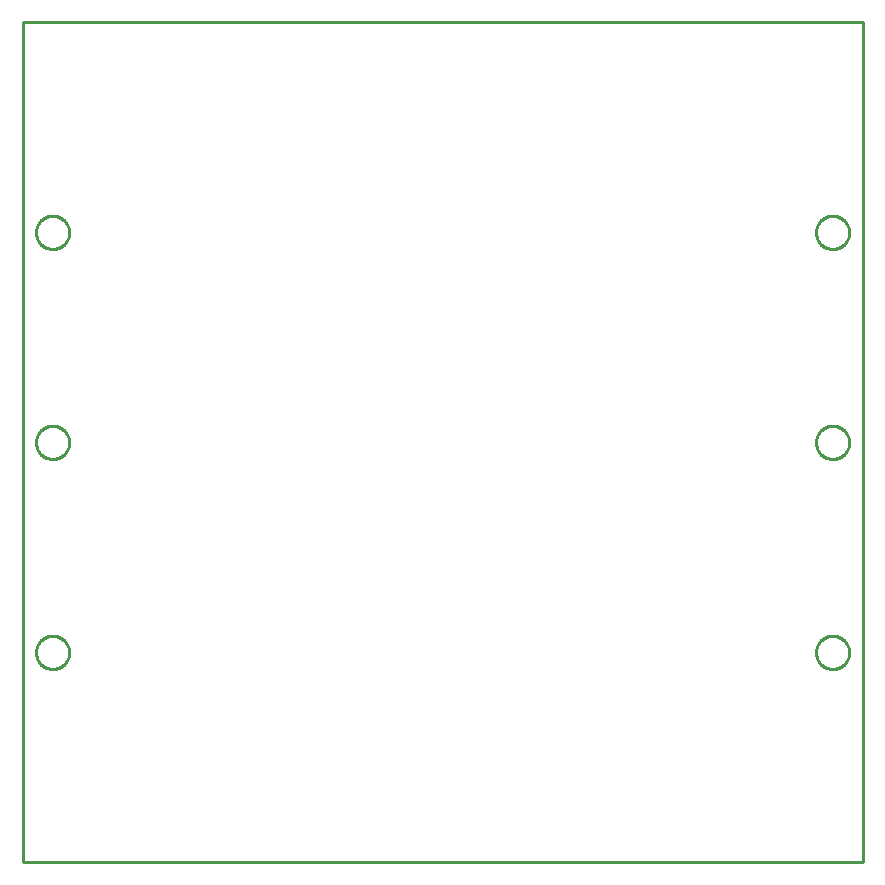
<source format=gbr>
G04 EAGLE Gerber RS-274X export*
G75*
%MOMM*%
%FSLAX34Y34*%
%LPD*%
%IN*%
%IPPOS*%
%AMOC8*
5,1,8,0,0,1.08239X$1,22.5*%
G01*
%ADD10C,0.254000*%


D10*
X-355600Y-355600D02*
X355600Y-355600D01*
X355600Y355600D01*
X-355600Y355600D01*
X-355600Y-355600D01*
X-316200Y177300D02*
X-316271Y176303D01*
X-316414Y175313D01*
X-316626Y174336D01*
X-316908Y173376D01*
X-317257Y172439D01*
X-317673Y171529D01*
X-318152Y170652D01*
X-318693Y169810D01*
X-319292Y169010D01*
X-319947Y168254D01*
X-320654Y167547D01*
X-321410Y166892D01*
X-322210Y166293D01*
X-323052Y165752D01*
X-323929Y165273D01*
X-324839Y164857D01*
X-325776Y164508D01*
X-326736Y164226D01*
X-327713Y164014D01*
X-328703Y163871D01*
X-329700Y163800D01*
X-330700Y163800D01*
X-331698Y163871D01*
X-332687Y164014D01*
X-333665Y164226D01*
X-334624Y164508D01*
X-335561Y164857D01*
X-336471Y165273D01*
X-337348Y165752D01*
X-338190Y166293D01*
X-338990Y166892D01*
X-339746Y167547D01*
X-340453Y168254D01*
X-341108Y169010D01*
X-341707Y169810D01*
X-342248Y170652D01*
X-342727Y171529D01*
X-343143Y172439D01*
X-343492Y173376D01*
X-343774Y174336D01*
X-343986Y175313D01*
X-344129Y176303D01*
X-344200Y177300D01*
X-344200Y178300D01*
X-344129Y179298D01*
X-343986Y180287D01*
X-343774Y181265D01*
X-343492Y182224D01*
X-343143Y183161D01*
X-342727Y184071D01*
X-342248Y184948D01*
X-341707Y185790D01*
X-341108Y186590D01*
X-340453Y187346D01*
X-339746Y188053D01*
X-338990Y188708D01*
X-338190Y189307D01*
X-337348Y189848D01*
X-336471Y190327D01*
X-335561Y190743D01*
X-334624Y191092D01*
X-333665Y191374D01*
X-332687Y191586D01*
X-331698Y191729D01*
X-330700Y191800D01*
X-329700Y191800D01*
X-328703Y191729D01*
X-327713Y191586D01*
X-326736Y191374D01*
X-325776Y191092D01*
X-324839Y190743D01*
X-323929Y190327D01*
X-323052Y189848D01*
X-322210Y189307D01*
X-321410Y188708D01*
X-320654Y188053D01*
X-319947Y187346D01*
X-319292Y186590D01*
X-318693Y185790D01*
X-318152Y184948D01*
X-317673Y184071D01*
X-317257Y183161D01*
X-316908Y182224D01*
X-316626Y181265D01*
X-316414Y180287D01*
X-316271Y179298D01*
X-316200Y178300D01*
X-316200Y177300D01*
X344200Y177300D02*
X344129Y176303D01*
X343986Y175313D01*
X343774Y174336D01*
X343492Y173376D01*
X343143Y172439D01*
X342727Y171529D01*
X342248Y170652D01*
X341707Y169810D01*
X341108Y169010D01*
X340453Y168254D01*
X339746Y167547D01*
X338990Y166892D01*
X338190Y166293D01*
X337348Y165752D01*
X336471Y165273D01*
X335561Y164857D01*
X334624Y164508D01*
X333665Y164226D01*
X332687Y164014D01*
X331698Y163871D01*
X330700Y163800D01*
X329700Y163800D01*
X328703Y163871D01*
X327713Y164014D01*
X326736Y164226D01*
X325776Y164508D01*
X324839Y164857D01*
X323929Y165273D01*
X323052Y165752D01*
X322210Y166293D01*
X321410Y166892D01*
X320654Y167547D01*
X319947Y168254D01*
X319292Y169010D01*
X318693Y169810D01*
X318152Y170652D01*
X317673Y171529D01*
X317257Y172439D01*
X316908Y173376D01*
X316626Y174336D01*
X316414Y175313D01*
X316271Y176303D01*
X316200Y177300D01*
X316200Y178300D01*
X316271Y179298D01*
X316414Y180287D01*
X316626Y181265D01*
X316908Y182224D01*
X317257Y183161D01*
X317673Y184071D01*
X318152Y184948D01*
X318693Y185790D01*
X319292Y186590D01*
X319947Y187346D01*
X320654Y188053D01*
X321410Y188708D01*
X322210Y189307D01*
X323052Y189848D01*
X323929Y190327D01*
X324839Y190743D01*
X325776Y191092D01*
X326736Y191374D01*
X327713Y191586D01*
X328703Y191729D01*
X329700Y191800D01*
X330700Y191800D01*
X331698Y191729D01*
X332687Y191586D01*
X333665Y191374D01*
X334624Y191092D01*
X335561Y190743D01*
X336471Y190327D01*
X337348Y189848D01*
X338190Y189307D01*
X338990Y188708D01*
X339746Y188053D01*
X340453Y187346D01*
X341108Y186590D01*
X341707Y185790D01*
X342248Y184948D01*
X342727Y184071D01*
X343143Y183161D01*
X343492Y182224D01*
X343774Y181265D01*
X343986Y180287D01*
X344129Y179298D01*
X344200Y178300D01*
X344200Y177300D01*
X-316200Y-178300D02*
X-316271Y-179298D01*
X-316414Y-180287D01*
X-316626Y-181265D01*
X-316908Y-182224D01*
X-317257Y-183161D01*
X-317673Y-184071D01*
X-318152Y-184948D01*
X-318693Y-185790D01*
X-319292Y-186590D01*
X-319947Y-187346D01*
X-320654Y-188053D01*
X-321410Y-188708D01*
X-322210Y-189307D01*
X-323052Y-189848D01*
X-323929Y-190327D01*
X-324839Y-190743D01*
X-325776Y-191092D01*
X-326736Y-191374D01*
X-327713Y-191586D01*
X-328703Y-191729D01*
X-329700Y-191800D01*
X-330700Y-191800D01*
X-331698Y-191729D01*
X-332687Y-191586D01*
X-333665Y-191374D01*
X-334624Y-191092D01*
X-335561Y-190743D01*
X-336471Y-190327D01*
X-337348Y-189848D01*
X-338190Y-189307D01*
X-338990Y-188708D01*
X-339746Y-188053D01*
X-340453Y-187346D01*
X-341108Y-186590D01*
X-341707Y-185790D01*
X-342248Y-184948D01*
X-342727Y-184071D01*
X-343143Y-183161D01*
X-343492Y-182224D01*
X-343774Y-181265D01*
X-343986Y-180287D01*
X-344129Y-179298D01*
X-344200Y-178300D01*
X-344200Y-177300D01*
X-344129Y-176303D01*
X-343986Y-175313D01*
X-343774Y-174336D01*
X-343492Y-173376D01*
X-343143Y-172439D01*
X-342727Y-171529D01*
X-342248Y-170652D01*
X-341707Y-169810D01*
X-341108Y-169010D01*
X-340453Y-168254D01*
X-339746Y-167547D01*
X-338990Y-166892D01*
X-338190Y-166293D01*
X-337348Y-165752D01*
X-336471Y-165273D01*
X-335561Y-164857D01*
X-334624Y-164508D01*
X-333665Y-164226D01*
X-332687Y-164014D01*
X-331698Y-163871D01*
X-330700Y-163800D01*
X-329700Y-163800D01*
X-328703Y-163871D01*
X-327713Y-164014D01*
X-326736Y-164226D01*
X-325776Y-164508D01*
X-324839Y-164857D01*
X-323929Y-165273D01*
X-323052Y-165752D01*
X-322210Y-166293D01*
X-321410Y-166892D01*
X-320654Y-167547D01*
X-319947Y-168254D01*
X-319292Y-169010D01*
X-318693Y-169810D01*
X-318152Y-170652D01*
X-317673Y-171529D01*
X-317257Y-172439D01*
X-316908Y-173376D01*
X-316626Y-174336D01*
X-316414Y-175313D01*
X-316271Y-176303D01*
X-316200Y-177300D01*
X-316200Y-178300D01*
X344200Y-178300D02*
X344129Y-179298D01*
X343986Y-180287D01*
X343774Y-181265D01*
X343492Y-182224D01*
X343143Y-183161D01*
X342727Y-184071D01*
X342248Y-184948D01*
X341707Y-185790D01*
X341108Y-186590D01*
X340453Y-187346D01*
X339746Y-188053D01*
X338990Y-188708D01*
X338190Y-189307D01*
X337348Y-189848D01*
X336471Y-190327D01*
X335561Y-190743D01*
X334624Y-191092D01*
X333665Y-191374D01*
X332687Y-191586D01*
X331698Y-191729D01*
X330700Y-191800D01*
X329700Y-191800D01*
X328703Y-191729D01*
X327713Y-191586D01*
X326736Y-191374D01*
X325776Y-191092D01*
X324839Y-190743D01*
X323929Y-190327D01*
X323052Y-189848D01*
X322210Y-189307D01*
X321410Y-188708D01*
X320654Y-188053D01*
X319947Y-187346D01*
X319292Y-186590D01*
X318693Y-185790D01*
X318152Y-184948D01*
X317673Y-184071D01*
X317257Y-183161D01*
X316908Y-182224D01*
X316626Y-181265D01*
X316414Y-180287D01*
X316271Y-179298D01*
X316200Y-178300D01*
X316200Y-177300D01*
X316271Y-176303D01*
X316414Y-175313D01*
X316626Y-174336D01*
X316908Y-173376D01*
X317257Y-172439D01*
X317673Y-171529D01*
X318152Y-170652D01*
X318693Y-169810D01*
X319292Y-169010D01*
X319947Y-168254D01*
X320654Y-167547D01*
X321410Y-166892D01*
X322210Y-166293D01*
X323052Y-165752D01*
X323929Y-165273D01*
X324839Y-164857D01*
X325776Y-164508D01*
X326736Y-164226D01*
X327713Y-164014D01*
X328703Y-163871D01*
X329700Y-163800D01*
X330700Y-163800D01*
X331698Y-163871D01*
X332687Y-164014D01*
X333665Y-164226D01*
X334624Y-164508D01*
X335561Y-164857D01*
X336471Y-165273D01*
X337348Y-165752D01*
X338190Y-166293D01*
X338990Y-166892D01*
X339746Y-167547D01*
X340453Y-168254D01*
X341108Y-169010D01*
X341707Y-169810D01*
X342248Y-170652D01*
X342727Y-171529D01*
X343143Y-172439D01*
X343492Y-173376D01*
X343774Y-174336D01*
X343986Y-175313D01*
X344129Y-176303D01*
X344200Y-177300D01*
X344200Y-178300D01*
X-316200Y-500D02*
X-316271Y-1498D01*
X-316414Y-2487D01*
X-316626Y-3465D01*
X-316908Y-4424D01*
X-317257Y-5361D01*
X-317673Y-6271D01*
X-318152Y-7148D01*
X-318693Y-7990D01*
X-319292Y-8790D01*
X-319947Y-9546D01*
X-320654Y-10253D01*
X-321410Y-10908D01*
X-322210Y-11507D01*
X-323052Y-12048D01*
X-323929Y-12527D01*
X-324839Y-12943D01*
X-325776Y-13292D01*
X-326736Y-13574D01*
X-327713Y-13786D01*
X-328703Y-13929D01*
X-329700Y-14000D01*
X-330700Y-14000D01*
X-331698Y-13929D01*
X-332687Y-13786D01*
X-333665Y-13574D01*
X-334624Y-13292D01*
X-335561Y-12943D01*
X-336471Y-12527D01*
X-337348Y-12048D01*
X-338190Y-11507D01*
X-338990Y-10908D01*
X-339746Y-10253D01*
X-340453Y-9546D01*
X-341108Y-8790D01*
X-341707Y-7990D01*
X-342248Y-7148D01*
X-342727Y-6271D01*
X-343143Y-5361D01*
X-343492Y-4424D01*
X-343774Y-3465D01*
X-343986Y-2487D01*
X-344129Y-1498D01*
X-344200Y-500D01*
X-344200Y500D01*
X-344129Y1498D01*
X-343986Y2487D01*
X-343774Y3465D01*
X-343492Y4424D01*
X-343143Y5361D01*
X-342727Y6271D01*
X-342248Y7148D01*
X-341707Y7990D01*
X-341108Y8790D01*
X-340453Y9546D01*
X-339746Y10253D01*
X-338990Y10908D01*
X-338190Y11507D01*
X-337348Y12048D01*
X-336471Y12527D01*
X-335561Y12943D01*
X-334624Y13292D01*
X-333665Y13574D01*
X-332687Y13786D01*
X-331698Y13929D01*
X-330700Y14000D01*
X-329700Y14000D01*
X-328703Y13929D01*
X-327713Y13786D01*
X-326736Y13574D01*
X-325776Y13292D01*
X-324839Y12943D01*
X-323929Y12527D01*
X-323052Y12048D01*
X-322210Y11507D01*
X-321410Y10908D01*
X-320654Y10253D01*
X-319947Y9546D01*
X-319292Y8790D01*
X-318693Y7990D01*
X-318152Y7148D01*
X-317673Y6271D01*
X-317257Y5361D01*
X-316908Y4424D01*
X-316626Y3465D01*
X-316414Y2487D01*
X-316271Y1498D01*
X-316200Y500D01*
X-316200Y-500D01*
X344200Y-500D02*
X344129Y-1498D01*
X343986Y-2487D01*
X343774Y-3465D01*
X343492Y-4424D01*
X343143Y-5361D01*
X342727Y-6271D01*
X342248Y-7148D01*
X341707Y-7990D01*
X341108Y-8790D01*
X340453Y-9546D01*
X339746Y-10253D01*
X338990Y-10908D01*
X338190Y-11507D01*
X337348Y-12048D01*
X336471Y-12527D01*
X335561Y-12943D01*
X334624Y-13292D01*
X333665Y-13574D01*
X332687Y-13786D01*
X331698Y-13929D01*
X330700Y-14000D01*
X329700Y-14000D01*
X328703Y-13929D01*
X327713Y-13786D01*
X326736Y-13574D01*
X325776Y-13292D01*
X324839Y-12943D01*
X323929Y-12527D01*
X323052Y-12048D01*
X322210Y-11507D01*
X321410Y-10908D01*
X320654Y-10253D01*
X319947Y-9546D01*
X319292Y-8790D01*
X318693Y-7990D01*
X318152Y-7148D01*
X317673Y-6271D01*
X317257Y-5361D01*
X316908Y-4424D01*
X316626Y-3465D01*
X316414Y-2487D01*
X316271Y-1498D01*
X316200Y-500D01*
X316200Y500D01*
X316271Y1498D01*
X316414Y2487D01*
X316626Y3465D01*
X316908Y4424D01*
X317257Y5361D01*
X317673Y6271D01*
X318152Y7148D01*
X318693Y7990D01*
X319292Y8790D01*
X319947Y9546D01*
X320654Y10253D01*
X321410Y10908D01*
X322210Y11507D01*
X323052Y12048D01*
X323929Y12527D01*
X324839Y12943D01*
X325776Y13292D01*
X326736Y13574D01*
X327713Y13786D01*
X328703Y13929D01*
X329700Y14000D01*
X330700Y14000D01*
X331698Y13929D01*
X332687Y13786D01*
X333665Y13574D01*
X334624Y13292D01*
X335561Y12943D01*
X336471Y12527D01*
X337348Y12048D01*
X338190Y11507D01*
X338990Y10908D01*
X339746Y10253D01*
X340453Y9546D01*
X341108Y8790D01*
X341707Y7990D01*
X342248Y7148D01*
X342727Y6271D01*
X343143Y5361D01*
X343492Y4424D01*
X343774Y3465D01*
X343986Y2487D01*
X344129Y1498D01*
X344200Y500D01*
X344200Y-500D01*
M02*

</source>
